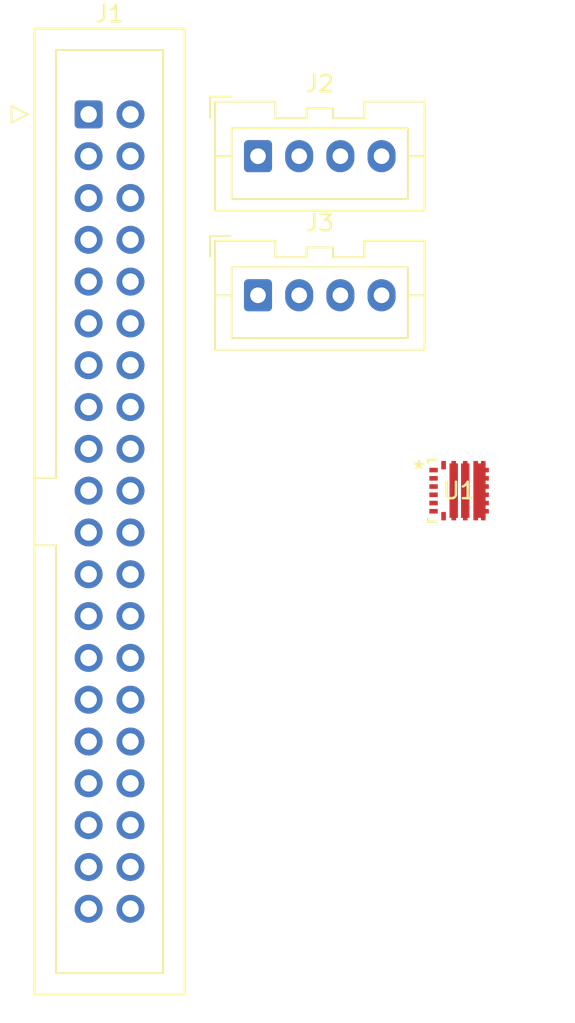
<source format=kicad_pcb>
(kicad_pcb (version 20240108) (generator "pcbnew") (generator_version "8.0")
  (layers (0 "F.Cu" signal) (31 "B.Cu" signal) (34 "B.Paste" user) (35 "F.Paste" user) (36 "B.SilkS" user "B.Silkscreen") (37 "F.SilkS" user "F.Silkscreen") (38 "B.Mask" user) (39 "F.Mask" user) (44 "Edge.Cuts" user))
  (net 0 "")
  (net 1 "GND")
  (net 2 "GPIO27")
  (net 3 "+5V")
  (net 4 "+3V3")
  (net 5 "GPIO17")
  (net 6 "GPIO22")
  (net 7 "GPIO23")
  (net 8 "MOSI0{slash}GPIO10")
  (net 9 "GCLK0{slash}GPIO4")
  (net 10 "SDA")
  (net 11 "SCL")
  (net 12 "RX")
  (net 13 "GPIO18{slash}PWM0")
  (net 14 "TX")
  (net 15 "GPIO24")
  (net 16 "Net-(U1-FREQ)")
  (net 17 "BOOT")
  (net 18 "SW")
  (net 19 "FB")
  (net 20 "+BATT")
  (net 21 "Net-(U1-VOUT)")
  (net 22 "VREG")
  (net 23 "PGD")
  (net 24 "LED1")
  (net 25 "GPIO25")
  (net 26 "~{CE1}{slash}GPIO7")
  (net 28 "SCLK0{slash}GPIO11")
  (net 29 "GPIO19{slash}MISO1")
  (net 30 "GPIO26")
  (net 31 "GCLK2{slash}GPIO6")
  (net 32 "MISO0{slash}GPIO9")
  (net 33 "GPIO21{slash}SCLK1")
  (net 34 "LED2")
  (net 35 "GCLK1{slash}GPIO5")
  (net 37 "GPIO16")
  (net 38 "GPIO20{slash}MOSI1")
  (net 39 "~{CE0}{slash}GPIO8")
  (footprint "Connector_JST:JST_XA_B04B-XASK-1_1x04_P2.50mm_Vertical" (layer "F.Cu") (at 114.42 15.24)
    (property "Reference" "J2" (at 3.75 -4.4 0) (layer "F.SilkS"))
    (property "Value" "UART")
    (fp_line (start -2.91 -3.61) (end -2.91 -2.36) (stroke (width 0.12)) (layer "F.SilkS"))
    (fp_line (start -2.61 -3.31) (end -2.61 3.31) (stroke (width 0.12)) (layer "F.SilkS"))
    (fp_line (start -2.61 0) (end -1.6 0) (stroke (width 0.12)) (layer "F.SilkS"))
    (fp_line (start -2.61 3.31) (end 10.11 3.31) (stroke (width 0.12)) (layer "F.SilkS"))
    (fp_line (start -1.66 -3.61) (end -2.91 -3.61) (stroke (width 0.12)) (layer "F.SilkS"))
    (fp_line (start -1.6 -1.7) (end -1.6 2.6) (stroke (width 0.12)) (layer "F.SilkS"))
    (fp_line (start -1.6 2.6) (end 9.1 2.6) (stroke (width 0.12)) (layer "F.SilkS"))
    (fp_line (start 1.05 -3.31) (end -2.61 -3.31) (stroke (width 0.12)) (layer "F.SilkS"))
    (fp_line (start 1.05 -2.31) (end 1.05 -3.31) (stroke (width 0.12)) (layer "F.SilkS"))
    (fp_line (start 2.95 -2.91) (end 2.95 -2.31) (stroke (width 0.12)) (layer "F.SilkS"))
    (fp_line (start 2.95 -2.31) (end 1.05 -2.31) (stroke (width 0.12)) (layer "F.SilkS"))
    (fp_line (start 4.55 -2.91) (end 2.95 -2.91) (stroke (width 0.12)) (layer "F.SilkS"))
    (fp_line (start 4.55 -2.31) (end 4.55 -2.91) (stroke (width 0.12)) (layer "F.SilkS"))
    (fp_line (start 6.45 -3.31) (end 6.45 -2.31) (stroke (width 0.12)) (layer "F.SilkS"))
    (fp_line (start 6.45 -2.31) (end 4.55 -2.31) (stroke (width 0.12)) (layer "F.SilkS"))
    (fp_line (start 9.1 -1.7) (end -1.6 -1.7) (stroke (width 0.12)) (layer "F.SilkS"))
    (fp_line (start 9.1 2.6) (end 9.1 -1.7) (stroke (width 0.12)) (layer "F.SilkS"))
    (fp_line (start 10.11 -3.31) (end 6.45 -3.31) (stroke (width 0.12)) (layer "F.SilkS"))
    (fp_line (start 10.11 0) (end 9.1 0) (stroke (width 0.12)) (layer "F.SilkS"))
    (fp_line (start 10.11 3.31) (end 10.11 -3.31) (stroke (width 0.12)) (layer "F.SilkS"))
    (pad "1" thru_hole roundrect (at 0 0) (size 1.7 1.95) (drill 0.95) (layers "*.Cu" "*.Mask") (roundrect_rratio 0.147059) (net 14 "TX"))
    (pad "2" thru_hole oval (at 2.5 0) (size 1.7 1.95) (drill 0.95) (layers "*.Cu" "*.Mask") (net 12 "RX"))
    (pad "3" thru_hole oval (at 5 0) (size 1.7 1.95) (drill 0.95) (layers "*.Cu" "*.Mask") (net 3 "+5V"))
    (pad "4" thru_hole oval (at 7.5 0) (size 1.7 1.95) (drill 0.95) (layers "*.Cu" "*.Mask") (net 1 "GND"))
  )
  (footprint "Connector_IDC:IDC-Header_2x20_P2.54mm_Vertical" (layer "F.Cu") (at 104.14 12.7)
    (property "Reference" "J1" (at 1.27 -6.1 0) (layer "F.SilkS"))
    (property "Value" "Raspberry_Pi_2_3")
    (fp_line (start -4.68 -0.5) (end -4.68 0.5) (stroke (width 0.12)) (layer "F.SilkS"))
    (fp_line (start -4.68 0.5) (end -3.68 0) (stroke (width 0.12)) (layer "F.SilkS"))
    (fp_line (start -3.68 0) (end -4.68 -0.5) (stroke (width 0.12)) (layer "F.SilkS"))
    (fp_line (start -3.29 -5.21) (end 5.83 -5.21) (stroke (width 0.12)) (layer "F.SilkS"))
    (fp_line (start -3.29 22.08) (end -1.98 22.08) (stroke (width 0.12)) (layer "F.SilkS"))
    (fp_line (start -3.29 53.47) (end -3.29 -5.21) (stroke (width 0.12)) (layer "F.SilkS"))
    (fp_line (start -1.98 -3.91) (end 4.52 -3.91) (stroke (width 0.12)) (layer "F.SilkS"))
    (fp_line (start -1.98 22.08) (end -1.98 -3.91) (stroke (width 0.12)) (layer "F.SilkS"))
    (fp_line (start -1.98 26.18) (end -3.29 26.18) (stroke (width 0.12)) (layer "F.SilkS"))
    (fp_line (start -1.98 26.18) (end -1.98 26.18) (stroke (width 0.12)) (layer "F.SilkS"))
    (fp_line (start -1.98 52.17) (end -1.98 26.18) (stroke (width 0.12)) (layer "F.SilkS"))
    (fp_line (start 4.52 -3.91) (end 4.52 52.17) (stroke (width 0.12)) (layer "F.SilkS"))
    (fp_line (start 4.52 52.17) (end -1.98 52.17) (stroke (width 0.12)) (layer "F.SilkS"))
    (fp_line (start 5.83 -5.21) (end 5.83 53.47) (stroke (width 0.12)) (layer "F.SilkS"))
    (fp_line (start 5.83 53.47) (end -3.29 53.47) (stroke (width 0.12)) (layer "F.SilkS"))
    (pad "1" thru_hole roundrect (at 0 0) (size 1.7 1.7) (drill 1) (layers "*.Cu" "*.Mask") (roundrect_rratio 0.147059) (net 4 "+3V3"))
    (pad "2" thru_hole circle (at 2.54 0) (size 1.7 1.7) (drill 1) (layers "*.Cu" "*.Mask") (net 3 "+5V"))
    (pad "3" thru_hole circle (at 0 2.54) (size 1.7 1.7) (drill 1) (layers "*.Cu" "*.Mask") (net 10 "SDA"))
    (pad "4" thru_hole circle (at 2.54 2.54) (size 1.7 1.7) (drill 1) (layers "*.Cu" "*.Mask") (net 3 "+5V"))
    (pad "5" thru_hole circle (at 0 5.08) (size 1.7 1.7) (drill 1) (layers "*.Cu" "*.Mask") (net 11 "SCL"))
    (pad "6" thru_hole circle (at 2.54 5.08) (size 1.7 1.7) (drill 1) (layers "*.Cu" "*.Mask") (net 1 "GND"))
    (pad "7" thru_hole circle (at 0 7.62) (size 1.7 1.7) (drill 1) (layers "*.Cu" "*.Mask") (net 9 "GCLK0{slash}GPIO4"))
    (pad "8" thru_hole circle (at 2.54 7.62) (size 1.7 1.7) (drill 1) (layers "*.Cu" "*.Mask") (net 14 "TX"))
    (pad "9" thru_hole circle (at 0 10.16) (size 1.7 1.7) (drill 1) (layers "*.Cu" "*.Mask") (net 1 "GND"))
    (pad "10" thru_hole circle (at 2.54 10.16) (size 1.7 1.7) (drill 1) (layers "*.Cu" "*.Mask") (net 12 "RX"))
    (pad "11" thru_hole circle (at 0 12.7) (size 1.7 1.7) (drill 1) (layers "*.Cu" "*.Mask") (net 5 "GPIO17"))
    (pad "12" thru_hole circle (at 2.54 12.7) (size 1.7 1.7) (drill 1) (layers "*.Cu" "*.Mask") (net 13 "GPIO18{slash}PWM0"))
    (pad "13" thru_hole circle (at 0 15.24) (size 1.7 1.7) (drill 1) (layers "*.Cu" "*.Mask") (net 2 "GPIO27"))
    (pad "14" thru_hole circle (at 2.54 15.24) (size 1.7 1.7) (drill 1) (layers "*.Cu" "*.Mask") (net 1 "GND"))
    (pad "15" thru_hole circle (at 0 17.78) (size 1.7 1.7) (drill 1) (layers "*.Cu" "*.Mask") (net 6 "GPIO22"))
    (pad "16" thru_hole circle (at 2.54 17.78) (size 1.7 1.7) (drill 1) (layers "*.Cu" "*.Mask") (net 7 "GPIO23"))
    (pad "17" thru_hole circle (at 0 20.32) (size 1.7 1.7) (drill 1) (layers "*.Cu" "*.Mask") (net 4 "+3V3"))
    (pad "18" thru_hole circle (at 2.54 20.32) (size 1.7 1.7) (drill 1) (layers "*.Cu" "*.Mask") (net 15 "GPIO24"))
    (pad "19" thru_hole circle (at 0 22.86) (size 1.7 1.7) (drill 1) (layers "*.Cu" "*.Mask") (net 8 "MOSI0{slash}GPIO10"))
    (pad "20" thru_hole circle (at 2.54 22.86) (size 1.7 1.7) (drill 1) (layers "*.Cu" "*.Mask") (net 1 "GND"))
    (pad "21" thru_hole circle (at 0 25.4) (size 1.7 1.7) (drill 1) (layers "*.Cu" "*.Mask") (net 32 "MISO0{slash}GPIO9"))
    (pad "22" thru_hole circle (at 2.54 25.4) (size 1.7 1.7) (drill 1) (layers "*.Cu" "*.Mask") (net 25 "GPIO25"))
    (pad "23" thru_hole circle (at 0 27.94) (size 1.7 1.7) (drill 1) (layers "*.Cu" "*.Mask") (net 28 "SCLK0{slash}GPIO11"))
    (pad "24" thru_hole circle (at 2.54 27.94) (size 1.7 1.7) (drill 1) (layers "*.Cu" "*.Mask") (net 39 "~{CE0}{slash}GPIO8"))
    (pad "25" thru_hole circle (at 0 30.48) (size 1.7 1.7) (drill 1) (layers "*.Cu" "*.Mask") (net 1 "GND"))
    (pad "26" thru_hole circle (at 2.54 30.48) (size 1.7 1.7) (drill 1) (layers "*.Cu" "*.Mask") (net 26 "~{CE1}{slash}GPIO7"))
    (pad "27" thru_hole circle (at 0 33.02) (size 1.7 1.7) (drill 1) (layers "*.Cu" "*.Mask"))
    (pad "28" thru_hole circle (at 2.54 33.02) (size 1.7 1.7) (drill 1) (layers "*.Cu" "*.Mask"))
    (pad "29" thru_hole circle (at 0 35.56) (size 1.7 1.7) (drill 1) (layers "*.Cu" "*.Mask") (net 35 "GCLK1{slash}GPIO5"))
    (pad "30" thru_hole circle (at 2.54 35.56) (size 1.7 1.7) (drill 1) (layers "*.Cu" "*.Mask") (net 1 "GND"))
    (pad "31" thru_hole circle (at 0 38.1) (size 1.7 1.7) (drill 1) (layers "*.Cu" "*.Mask") (net 31 "GCLK2{slash}GPIO6"))
    (pad "32" thru_hole circle (at 2.54 38.1) (size 1.7 1.7) (drill 1) (layers "*.Cu" "*.Mask") (net 24 "LED1"))
    (pad "33" thru_hole circle (at 0 40.64) (size 1.7 1.7) (drill 1) (layers "*.Cu" "*.Mask") (net 34 "LED2"))
    (pad "34" thru_hole circle (at 2.54 40.64) (size 1.7 1.7) (drill 1) (layers "*.Cu" "*.Mask") (net 1 "GND"))
    (pad "35" thru_hole circle (at 0 43.18) (size 1.7 1.7) (drill 1) (layers "*.Cu" "*.Mask") (net 29 "GPIO19{slash}MISO1"))
    (pad "36" thru_hole circle (at 2.54 43.18) (size 1.7 1.7) (drill 1) (layers "*.Cu" "*.Mask") (net 37 "GPIO16"))
    (pad "37" thru_hole circle (at 0 45.72) (size 1.7 1.7) (drill 1) (layers "*.Cu" "*.Mask") (net 30 "GPIO26"))
    (pad "38" thru_hole circle (at 2.54 45.72) (size 1.7 1.7) (drill 1) (layers "*.Cu" "*.Mask") (net 38 "GPIO20{slash}MOSI1"))
    (pad "39" thru_hole circle (at 0 48.26) (size 1.7 1.7) (drill 1) (layers "*.Cu" "*.Mask") (net 1 "GND"))
    (pad "40" thru_hole circle (at 2.54 48.26) (size 1.7 1.7) (drill 1) (layers "*.Cu" "*.Mask") (net 33 "GPIO21{slash}SCLK1"))
  )
  (footprint "Connector_JST:JST_XA_B04B-XASK-1_1x04_P2.50mm_Vertical" (layer "F.Cu") (at 114.42 23.69)
    (property "Reference" "J3" (at 3.75 -4.4 0) (layer "F.SilkS"))
    (property "Value" "I2C")
    (fp_line (start -2.91 -3.61) (end -2.91 -2.36) (stroke (width 0.12)) (layer "F.SilkS"))
    (fp_line (start -2.61 -3.31) (end -2.61 3.31) (stroke (width 0.12)) (layer "F.SilkS"))
    (fp_line (start -2.61 0) (end -1.6 0) (stroke (width 0.12)) (layer "F.SilkS"))
    (fp_line (start -2.61 3.31) (end 10.11 3.31) (stroke (width 0.12)) (layer "F.SilkS"))
    (fp_line (start -1.66 -3.61) (end -2.91 -3.61) (stroke (width 0.12)) (layer "F.SilkS"))
    (fp_line (start -1.6 -1.7) (end -1.6 2.6) (stroke (width 0.12)) (layer "F.SilkS"))
    (fp_line (start -1.6 2.6) (end 9.1 2.6) (stroke (width 0.12)) (layer "F.SilkS"))
    (fp_line (start 1.05 -3.31) (end -2.61 -3.31) (stroke (width 0.12)) (layer "F.SilkS"))
    (fp_line (start 1.05 -2.31) (end 1.05 -3.31) (stroke (width 0.12)) (layer "F.SilkS"))
    (fp_line (start 2.95 -2.91) (end 2.95 -2.31) (stroke (width 0.12)) (layer "F.SilkS"))
    (fp_line (start 2.95 -2.31) (end 1.05 -2.31) (stroke (width 0.12)) (layer "F.SilkS"))
    (fp_line (start 4.55 -2.91) (end 2.95 -2.91) (stroke (width 0.12)) (layer "F.SilkS"))
    (fp_line (start 4.55 -2.31) (end 4.55 -2.91) (stroke (width 0.12)) (layer "F.SilkS"))
    (fp_line (start 6.45 -3.31) (end 6.45 -2.31) (stroke (width 0.12)) (layer "F.SilkS"))
    (fp_line (start 6.45 -2.31) (end 4.55 -2.31) (stroke (width 0.12)) (layer "F.SilkS"))
    (fp_line (start 9.1 -1.7) (end -1.6 -1.7) (stroke (width 0.12)) (layer "F.SilkS"))
    (fp_line (start 9.1 2.6) (end 9.1 -1.7) (stroke (width 0.12)) (layer "F.SilkS"))
    (fp_line (start 10.11 -3.31) (end 6.45 -3.31) (stroke (width 0.12)) (layer "F.SilkS"))
    (fp_line (start 10.11 0) (end 9.1 0) (stroke (width 0.12)) (layer "F.SilkS"))
    (fp_line (start 10.11 3.31) (end 10.11 -3.31) (stroke (width 0.12)) (layer "F.SilkS"))
    (pad "1" thru_hole roundrect (at 0 0) (size 1.7 1.95) (drill 0.95) (layers "*.Cu" "*.Mask") (roundrect_rratio 0.147059) (net 11 "SCL"))
    (pad "2" thru_hole oval (at 2.5 0) (size 1.7 1.95) (drill 0.95) (layers "*.Cu" "*.Mask") (net 10 "SDA"))
    (pad "3" thru_hole oval (at 5 0) (size 1.7 1.95) (drill 0.95) (layers "*.Cu" "*.Mask") (net 3 "+5V"))
    (pad "4" thru_hole oval (at 7.5 0) (size 1.7 1.95) (drill 0.95) (layers "*.Cu" "*.Mask") (net 1 "GND"))
  )
  (footprint "VQFN11_ROM:BD9F800MUX" (layer "F.Cu") (at 126.624994 35.56)
    (property "Reference" "U1" (at 0 0 0) (layer "F.SilkS"))
    (property "Value" "BD9F800MUX-ZE2")
    (fp_poly (pts (xy -0.464693 1.804035) (xy -0.185293 1.804035) (xy -0.185293 1.651635) (xy -0.071 1.651) (xy -0.071 -1.651) (xy -0.185293 -1.651635) (xy -0.185293 -1.804035) (xy -0.464693 -1.804035) (xy -0.464693 -1.651635) (xy -0.579 -1.651) (xy -0.579 1.651) (xy -0.464693 1.651635)) (fill solid) (layer "F.Cu"))
    (fp_poly (pts (xy 0.235306 1.804035) (xy 0.514706 1.804035) (xy 0.514706 1.651635) (xy 0.628999 1.651) (xy 0.628999 -1.651) (xy 0.514706 -1.651635) (xy 0.514706 -1.804035) (xy 0.235306 -1.804035) (xy 0.235306 -1.651635) (xy 0.120999 -1.651) (xy 0.120999 1.651) (xy 0.235306 1.651635)) (fill solid) (layer "F.Cu"))
    (fp_poly (pts (xy 0.869693 1.803569) (xy 0.869696 -1.804048) (xy 1.149096 -1.804048) (xy 1.149096 -1.65147) (xy 1.326896 -1.65147) (xy 1.326896 -1.804048) (xy 1.606296 -1.804048) (xy 1.606286 -1.390015) (xy 1.803999 -1.390015) (xy 1.803999 -1.110615) (xy 1.606286 -1.110615) (xy 1.606286 -0.889889) (xy 1.803999 -0.889889) (xy 1.803999 -0.610489) (xy 1.606286 -0.610489) (xy 1.606286 -0.389763) (xy 1.803999 -0.389763) (xy 1.803999 -0.110363) (xy 1.606286 -0.110363) (xy 1.606286 0.110363) (xy 1.803999 0.110363) (xy 1.803999 0.389763) (xy 1.606286 0.389763) (xy 1.606286 0.610489) (xy 1.803999 0.610489) (xy 1.803999 0.889889) (xy 1.606286 0.889889) (xy 1.606286 1.110615) (xy 1.803999 1.110615) (xy 1.803999 1.390015) (xy 1.606286 1.390015) (xy 1.606293 1.803569) (xy 1.326893 1.803569) (xy 1.326893 1.650991) (xy 1.149093 1.650991) (xy 1.149093 1.803569)) (fill solid) (layer "F.Cu"))
    (fp_line (start -1.8796 -1.8796) (end -1.8796 -1.714053) (stroke (width 0.1524)) (layer "F.SilkS"))
    (fp_line (start -1.8796 1.714053) (end -1.8796 1.8796) (stroke (width 0.1524)) (layer "F.SilkS"))
    (fp_line (start -1.8796 1.8796) (end -1.403746 1.8796) (stroke (width 0.1524)) (layer "F.SilkS"))
    (fp_line (start -1.403746 -1.8796) (end -1.8796 -1.8796) (stroke (width 0.1524)) (layer "F.SilkS"))
    (fp_text user "*" (at -2.438999 -1.250315 0) (layer "F.SilkS"))
    (fp_text user "*" (at -2.438999 -1.250315 0) (layer "F.SilkS"))
    (pad "1" smd rect (at -1.549999 -1.250315) (size 0.508 0.2794) (layers "F.Cu" "F.Paste" "F.Mask") (net 17 "BOOT"))
    (pad "2" smd rect (at -1.549999 -0.750189) (size 0.508 0.2794) (layers "F.Cu" "F.Paste" "F.Mask") (net 23 "PGD"))
    (pad "3" smd rect (at -1.549999 -0.250063) (size 0.508 0.2794) (layers "F.Cu" "F.Paste" "F.Mask") (net 21 "Net-(U1-VOUT)"))
    (pad "4" smd rect (at -1.549999 0.250063) (size 0.508 0.2794) (layers "F.Cu" "F.Paste" "F.Mask") (net 16 "Net-(U1-FREQ)"))
    (pad "5" smd rect (at -1.549999 0.750189) (size 0.508 0.2794) (layers "F.Cu" "F.Paste" "F.Mask") (net 19 "FB"))
    (pad "6" smd rect (at -1.549999 1.250315) (size 0.508 0.2794) (layers "F.Cu" "F.Paste" "F.Mask") (net 22 "VREG"))
    (pad "7" smd rect (at -0.94 1.550035 90) (size 0.508 0.2794) (layers "F.Cu" "F.Paste" "F.Mask") (net 1 "GND"))
    (pad "8" smd rect (at -0.324993 0 90) (size 3.302 0.508) (layers "F.Cu" "F.Paste" "F.Mask") (net 20 "+BATT"))
    (pad "9" smd rect (at 0.375006 0 90) (size 3.302 0.508) (layers "F.Cu" "F.Paste" "F.Mask") (net 18 "SW"))
    (pad "10" smd rect (at 1.237996 0 90) (size 3.302 0.7366) (layers "F.Cu" "F.Mask") (net 1 "GND"))
    (pad "11" smd rect (at -0.94 -1.550035 90) (size 0.508 0.2794) (layers "F.Cu" "F.Paste" "F.Mask") (net 20 "+BATT"))
  )
)
</source>
